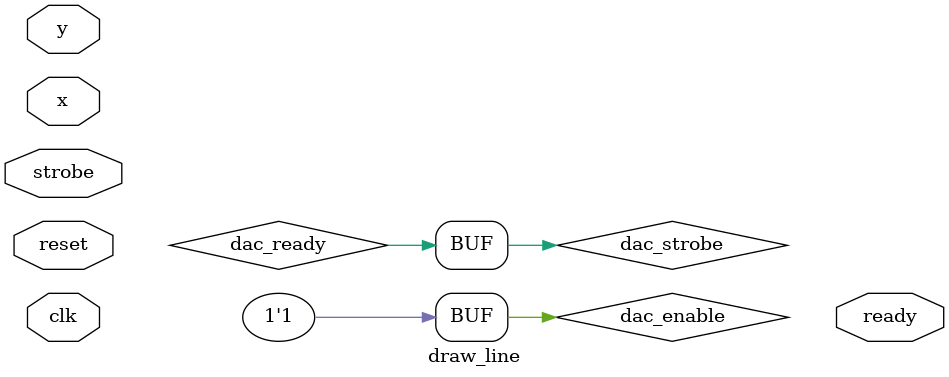
<source format=v>
module draw_line(
    input clk,
    input reset,

    input [11:0] x,
    input [11:0] y,
    input strobe, //draw the line to the point

    output ready //ready for the next point
);
	reg dac_enable = 1;
    wire [11:0] dac_value;
	wire dac_axis; //selects the dac channel (2 channels)
	wire dac_ready;
	wire dac_strobe = dac_ready && dac_enable;
	mcp4922 dac0(
		.clk(clk),
		.reset(reset),
		.value(dac_value),
		.axis(dac_axis),
		.strobe(dac_strobe),

		.ready(dac_ready)
	);

	reg line_strobe = 0;
	reg [11:0] x_in = 0;
	reg [11:0] y_in = 0;

	wire line_ready;
	wire line_halt = !dac_ready;
	//wire line_axis;
	wire [11:0] x_out;
	wire [11:0] y_out;
    
	lineto line_gen(
		.clk(clk),
		.reset(reset),
		.strobe(line_strobe),
		.halt(line_halt),
		.x_in(x_in),
		.y_in(y_in),
		.x_out(x_out),
		.y_out(y_out),

		.ready(line_ready),
		.axis(dac_axis)
	);
	
	assign dac_value = dac_axis ? y_out : x_out;

	always @(posedge clk) begin
		if (reset) begin

		end else if (line_ready && !line_strobe && !reset) begin
			line_strobe <= 1;
			x_in <= x_in + 12'd4;
			y_in <= y_in + 12'd4;
		end else begin
			line_strobe <= 0;
		end
	end
endmodule
</source>
